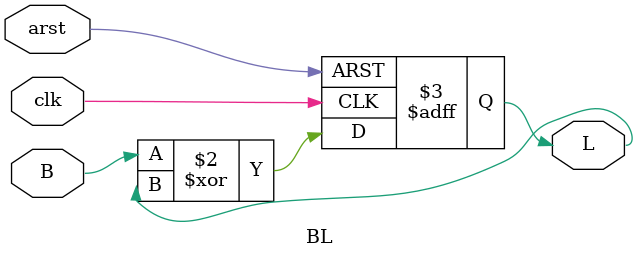
<source format=v>
module BL(
  input clk, arst, B,
  output reg L);

  always@(posedge clk or posedge arst)
    if (arst)
      L = 0;
    else
      L = B ^ L;
endmodule

</source>
